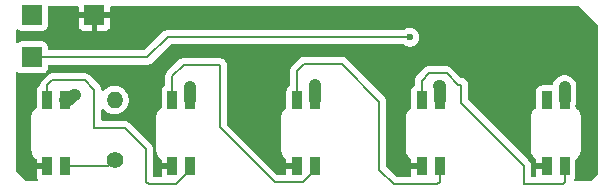
<source format=gbr>
%TF.GenerationSoftware,KiCad,Pcbnew,9.0.1*%
%TF.CreationDate,2025-07-31T19:05:46-04:00*%
%TF.ProjectId,droneled,64726f6e-656c-4656-942e-6b696361645f,rev?*%
%TF.SameCoordinates,Original*%
%TF.FileFunction,Copper,L2,Bot*%
%TF.FilePolarity,Positive*%
%FSLAX46Y46*%
G04 Gerber Fmt 4.6, Leading zero omitted, Abs format (unit mm)*
G04 Created by KiCad (PCBNEW 9.0.1) date 2025-07-31 19:05:46*
%MOMM*%
%LPD*%
G01*
G04 APERTURE LIST*
%TA.AperFunction,ComponentPad*%
%ADD10C,1.400000*%
%TD*%
%TA.AperFunction,ComponentPad*%
%ADD11O,1.400000X1.400000*%
%TD*%
%TA.AperFunction,ComponentPad*%
%ADD12R,1.700000X1.700000*%
%TD*%
%TA.AperFunction,SMDPad,CuDef*%
%ADD13R,0.820000X1.500000*%
%TD*%
%TA.AperFunction,ViaPad*%
%ADD14C,0.600000*%
%TD*%
%TA.AperFunction,Conductor*%
%ADD15C,1.000000*%
%TD*%
%TA.AperFunction,Conductor*%
%ADD16C,0.200000*%
%TD*%
G04 APERTURE END LIST*
D10*
%TO.P,R1,1*%
%TO.N,Net-(D1-DIN)*%
X142990000Y-123730000D03*
D11*
%TO.P,R1,2*%
%TO.N,Net-(J1-Pin_1)*%
X142990000Y-118650000D03*
%TD*%
D12*
%TO.P,J3,1,Pin_1*%
%TO.N,GND*%
X141280000Y-111450000D03*
%TD*%
%TO.P,J2,1,Pin_1*%
%TO.N,Net-(J2-Pin_1)*%
X136000000Y-115050000D03*
%TD*%
%TO.P,J1,1,Pin_1*%
%TO.N,Net-(J1-Pin_1)*%
X136000000Y-111440000D03*
%TD*%
D13*
%TO.P,D2,1,VDD*%
%TO.N,CLEAN 5V*%
X149372688Y-118670000D03*
%TO.P,D2,2,DOUT*%
%TO.N,Net-(D2-DOUT)*%
X147872688Y-118670000D03*
%TO.P,D2,3,VSS*%
%TO.N,GND*%
X147872688Y-124270000D03*
%TO.P,D2,4,DIN*%
%TO.N,Net-(D1-DOUT)*%
X149372688Y-124270000D03*
%TD*%
%TO.P,D1,1,VDD*%
%TO.N,CLEAN 5V*%
X138800250Y-118670000D03*
%TO.P,D1,2,DOUT*%
%TO.N,Net-(D1-DOUT)*%
X137300250Y-118670000D03*
%TO.P,D1,3,VSS*%
%TO.N,GND*%
X137300250Y-124270000D03*
%TO.P,D1,4,DIN*%
%TO.N,Net-(D1-DIN)*%
X138800250Y-124270000D03*
%TD*%
%TO.P,D4,1,VDD*%
%TO.N,CLEAN 5V*%
X170517563Y-118670000D03*
%TO.P,D4,2,DOUT*%
%TO.N,Net-(D4-DOUT)*%
X169017563Y-118670000D03*
%TO.P,D4,3,VSS*%
%TO.N,GND*%
X169017563Y-124270000D03*
%TO.P,D4,4,DIN*%
%TO.N,Net-(D3-DOUT)*%
X170517563Y-124270000D03*
%TD*%
%TO.P,D5,1,VDD*%
%TO.N,CLEAN 5V*%
X181090000Y-118670000D03*
%TO.P,D5,2,DOUT*%
%TO.N,unconnected-(D5-DOUT-Pad2)*%
X179590000Y-118670000D03*
%TO.P,D5,3,VSS*%
%TO.N,GND*%
X179590000Y-124270000D03*
%TO.P,D5,4,DIN*%
%TO.N,Net-(D4-DOUT)*%
X181090000Y-124270000D03*
%TD*%
%TO.P,D3,1,VDD*%
%TO.N,CLEAN 5V*%
X159945125Y-118670000D03*
%TO.P,D3,2,DOUT*%
%TO.N,Net-(D3-DOUT)*%
X158445125Y-118670000D03*
%TO.P,D3,3,VSS*%
%TO.N,GND*%
X158445125Y-124270000D03*
%TO.P,D3,4,DIN*%
%TO.N,Net-(D2-DOUT)*%
X159945125Y-124270000D03*
%TD*%
D14*
%TO.N,CLEAN 5V*%
X149380000Y-117530000D03*
X170490000Y-117470000D03*
X139620000Y-118210000D03*
X181080000Y-117560000D03*
X159940000Y-117360000D03*
%TO.N,GND*%
X179750000Y-114790000D03*
%TO.N,Net-(J2-Pin_1)*%
X167970000Y-113330000D03*
%TD*%
D15*
%TO.N,CLEAN 5V*%
X170517563Y-118670000D02*
X170517563Y-117497563D01*
X149372688Y-118670000D02*
X149372688Y-117537312D01*
X139550000Y-118210000D02*
X139090000Y-118670000D01*
X149372688Y-117537312D02*
X149380000Y-117530000D01*
X181080000Y-117630000D02*
X181090000Y-117640000D01*
X159945125Y-118670000D02*
X159945125Y-117365125D01*
X181080000Y-117560000D02*
X181080000Y-117630000D01*
X139620000Y-118210000D02*
X139550000Y-118210000D01*
X139090000Y-118670000D02*
X138800250Y-118670000D01*
X181090000Y-117640000D02*
X181090000Y-118670000D01*
X170517563Y-117497563D02*
X170490000Y-117470000D01*
X159945125Y-117365125D02*
X159940000Y-117360000D01*
D16*
%TO.N,Net-(D1-DIN)*%
X138800250Y-124270000D02*
X142450000Y-124270000D01*
X142450000Y-124270000D02*
X142990000Y-123730000D01*
%TO.N,Net-(D1-DOUT)*%
X141270000Y-121060000D02*
X143870000Y-121060000D01*
X141270000Y-117810000D02*
X141270000Y-121060000D01*
X137720000Y-117000000D02*
X140460000Y-117000000D01*
X145650000Y-125580000D02*
X145859000Y-125789000D01*
X137300250Y-118670000D02*
X137300250Y-117419750D01*
X145650000Y-122840000D02*
X145650000Y-125580000D01*
X140460000Y-117000000D02*
X141270000Y-117810000D01*
X149372688Y-124610000D02*
X149372688Y-124270000D01*
X143870000Y-121060000D02*
X145650000Y-122840000D01*
X148193688Y-125789000D02*
X149372688Y-124610000D01*
X145859000Y-125789000D02*
X148193688Y-125789000D01*
X137300250Y-117419750D02*
X137720000Y-117000000D01*
%TO.N,Net-(D2-DOUT)*%
X151880000Y-120940000D02*
X156550000Y-125610000D01*
X147872688Y-116647312D02*
X148820000Y-115700000D01*
X158945125Y-125610000D02*
X159945125Y-124610000D01*
X147872688Y-118670000D02*
X147872688Y-116647312D01*
X159945125Y-124610000D02*
X159945125Y-124270000D01*
X156550000Y-125610000D02*
X158945125Y-125610000D01*
X148820000Y-115700000D02*
X151880000Y-115700000D01*
X151880000Y-115700000D02*
X151880000Y-120940000D01*
%TO.N,Net-(D3-DOUT)*%
X158445125Y-116164875D02*
X159010000Y-115600000D01*
X165400000Y-124570000D02*
X166619000Y-125789000D01*
X165400000Y-118780000D02*
X165400000Y-124570000D01*
X166619000Y-125789000D02*
X170291000Y-125789000D01*
X170291000Y-125789000D02*
X170517563Y-125562437D01*
X159010000Y-115600000D02*
X162220000Y-115600000D01*
X158445125Y-118670000D02*
X158445125Y-116164875D01*
X162220000Y-115600000D02*
X165400000Y-118780000D01*
X170517563Y-125562437D02*
X170517563Y-124270000D01*
%TO.N,Net-(D4-DOUT)*%
X172320000Y-117390000D02*
X172320000Y-118900000D01*
X169017563Y-118670000D02*
X169017563Y-117002437D01*
X180930000Y-125789000D02*
X181090000Y-125629000D01*
X172320000Y-118900000D02*
X177650000Y-124230000D01*
X171090000Y-116390000D02*
X172090000Y-117390000D01*
X169650000Y-116390000D02*
X171090000Y-116390000D01*
X172090000Y-117390000D02*
X172320000Y-117390000D01*
X177650000Y-124230000D02*
X177650000Y-125789000D01*
X181090000Y-125629000D02*
X181090000Y-124270000D01*
X177650000Y-125789000D02*
X180930000Y-125789000D01*
X169017563Y-117002437D02*
X169640000Y-116380000D01*
X169640000Y-116380000D02*
X169650000Y-116390000D01*
%TO.N,Net-(J2-Pin_1)*%
X147490000Y-113330000D02*
X145770000Y-115050000D01*
X167970000Y-113330000D02*
X147490000Y-113330000D01*
X145770000Y-115050000D02*
X136000000Y-115050000D01*
%TD*%
%TA.AperFunction,Conductor*%
%TO.N,GND*%
G36*
X139873039Y-110679685D02*
G01*
X139918794Y-110732489D01*
X139930000Y-110784000D01*
X139930000Y-111200000D01*
X140846988Y-111200000D01*
X140814075Y-111257007D01*
X140780000Y-111384174D01*
X140780000Y-111515826D01*
X140814075Y-111642993D01*
X140846988Y-111700000D01*
X139930000Y-111700000D01*
X139930000Y-112347844D01*
X139936401Y-112407372D01*
X139936403Y-112407379D01*
X139986645Y-112542086D01*
X139986649Y-112542093D01*
X140072809Y-112657187D01*
X140072812Y-112657190D01*
X140187906Y-112743350D01*
X140187913Y-112743354D01*
X140322620Y-112793596D01*
X140322627Y-112793598D01*
X140382155Y-112799999D01*
X140382172Y-112800000D01*
X141030000Y-112800000D01*
X141030000Y-111883012D01*
X141087007Y-111915925D01*
X141214174Y-111950000D01*
X141345826Y-111950000D01*
X141472993Y-111915925D01*
X141530000Y-111883012D01*
X141530000Y-112800000D01*
X142177828Y-112800000D01*
X142177844Y-112799999D01*
X142237372Y-112793598D01*
X142237379Y-112793596D01*
X142372086Y-112743354D01*
X142372093Y-112743350D01*
X142487187Y-112657190D01*
X142487190Y-112657187D01*
X142573350Y-112542093D01*
X142573354Y-112542086D01*
X142623596Y-112407379D01*
X142623598Y-112407372D01*
X142629999Y-112347844D01*
X142630000Y-112347827D01*
X142630000Y-111700000D01*
X141713012Y-111700000D01*
X141745925Y-111642993D01*
X141780000Y-111515826D01*
X141780000Y-111384174D01*
X141745925Y-111257007D01*
X141713012Y-111200000D01*
X142630000Y-111200000D01*
X142630000Y-110784000D01*
X142649685Y-110716961D01*
X142702489Y-110671206D01*
X142754000Y-110660000D01*
X182248638Y-110660000D01*
X182315677Y-110679685D01*
X182336319Y-110696319D01*
X183903681Y-112263681D01*
X183937166Y-112325004D01*
X183940000Y-112351362D01*
X183940000Y-124868638D01*
X183920315Y-124935677D01*
X183903681Y-124956319D01*
X183346319Y-125513681D01*
X183284996Y-125547166D01*
X183258638Y-125550000D01*
X181976169Y-125550000D01*
X181909130Y-125530315D01*
X181863375Y-125477511D01*
X181853431Y-125408353D01*
X181876903Y-125351689D01*
X181943793Y-125262335D01*
X181943792Y-125262335D01*
X181943796Y-125262331D01*
X181994091Y-125127483D01*
X182000500Y-125067873D01*
X182000499Y-123715157D01*
X182020184Y-123648119D01*
X182051613Y-123614840D01*
X182121922Y-123563759D01*
X182133484Y-123555104D01*
X182233759Y-123451922D01*
X182307827Y-123349975D01*
X182316144Y-123338177D01*
X182379626Y-123209059D01*
X182418566Y-123089213D01*
X182443001Y-122950590D01*
X182445194Y-122887584D01*
X182445500Y-122870000D01*
X182445500Y-120070000D01*
X182445114Y-120050249D01*
X182442652Y-119987285D01*
X182418297Y-119850827D01*
X182379383Y-119731063D01*
X182374727Y-119717401D01*
X182307583Y-119590148D01*
X182307581Y-119590146D01*
X182307580Y-119590143D01*
X182307579Y-119590142D01*
X182262158Y-119527625D01*
X182233565Y-119488270D01*
X182224911Y-119476710D01*
X182121730Y-119376435D01*
X182051614Y-119325493D01*
X182048273Y-119321161D01*
X182043296Y-119318888D01*
X182027165Y-119293788D01*
X182008948Y-119270164D01*
X182007694Y-119263490D01*
X182005522Y-119260110D01*
X182000499Y-119225175D01*
X182000499Y-119110956D01*
X182009938Y-119063503D01*
X182052051Y-118961835D01*
X182074739Y-118847777D01*
X182090500Y-118768543D01*
X182090500Y-117541457D01*
X182082883Y-117503167D01*
X182080500Y-117478974D01*
X182080500Y-117461456D01*
X182042052Y-117268170D01*
X182042051Y-117268169D01*
X182042051Y-117268165D01*
X182029624Y-117238163D01*
X181966635Y-117086092D01*
X181966628Y-117086079D01*
X181857139Y-116922218D01*
X181857136Y-116922214D01*
X181717785Y-116782863D01*
X181717781Y-116782860D01*
X181553920Y-116673371D01*
X181553907Y-116673364D01*
X181371839Y-116597950D01*
X181371829Y-116597947D01*
X181178543Y-116559500D01*
X181178541Y-116559500D01*
X180981459Y-116559500D01*
X180981457Y-116559500D01*
X180788170Y-116597947D01*
X180788160Y-116597950D01*
X180606092Y-116673364D01*
X180606079Y-116673371D01*
X180442218Y-116782860D01*
X180442214Y-116782863D01*
X180302863Y-116922214D01*
X180302860Y-116922218D01*
X180193371Y-117086079D01*
X180193364Y-117086092D01*
X180117950Y-117268160D01*
X180117947Y-117268170D01*
X180107699Y-117319692D01*
X180075314Y-117381603D01*
X180014598Y-117416177D01*
X179986082Y-117419500D01*
X179132129Y-117419500D01*
X179132123Y-117419501D01*
X179072516Y-117425908D01*
X178937671Y-117476202D01*
X178937664Y-117476206D01*
X178822455Y-117562452D01*
X178822452Y-117562455D01*
X178736206Y-117677664D01*
X178736202Y-117677671D01*
X178685908Y-117812517D01*
X178679501Y-117872116D01*
X178679500Y-117872135D01*
X178679500Y-119224812D01*
X178659815Y-119291851D01*
X178628386Y-119325129D01*
X178557770Y-119376435D01*
X178557757Y-119376445D01*
X178546209Y-119385089D01*
X178445938Y-119488266D01*
X178445927Y-119488280D01*
X178371927Y-119590133D01*
X178363601Y-119601944D01*
X178363595Y-119601955D01*
X178300120Y-119731056D01*
X178300118Y-119731059D01*
X178261203Y-119850824D01*
X178236847Y-119987292D01*
X178235474Y-120022412D01*
X178234405Y-120049762D01*
X178234385Y-120050248D01*
X178234394Y-120051595D01*
X178234500Y-120055652D01*
X178234500Y-120070000D01*
X178234500Y-122876500D01*
X178235257Y-122904150D01*
X178235258Y-122904178D01*
X178238664Y-122966357D01*
X178238664Y-122966360D01*
X178264670Y-123100800D01*
X178264763Y-123101282D01*
X178304809Y-123219186D01*
X178308981Y-123230988D01*
X178377327Y-123357599D01*
X178447231Y-123451922D01*
X178451484Y-123457661D01*
X178459041Y-123467599D01*
X178459044Y-123467602D01*
X178459045Y-123467603D01*
X178562793Y-123567292D01*
X178628315Y-123614332D01*
X178671294Y-123669418D01*
X178680000Y-123715061D01*
X178680000Y-124020000D01*
X179466000Y-124020000D01*
X179533039Y-124039685D01*
X179578794Y-124092489D01*
X179590000Y-124144000D01*
X179590000Y-124396000D01*
X179570315Y-124463039D01*
X179517511Y-124508794D01*
X179466000Y-124520000D01*
X178680000Y-124520000D01*
X178680000Y-125064500D01*
X178677449Y-125073185D01*
X178678738Y-125082147D01*
X178667759Y-125106187D01*
X178660315Y-125131539D01*
X178653474Y-125137466D01*
X178649713Y-125145703D01*
X178627478Y-125159992D01*
X178607511Y-125177294D01*
X178596996Y-125179581D01*
X178590935Y-125183477D01*
X178556000Y-125188500D01*
X178374500Y-125188500D01*
X178307461Y-125168815D01*
X178261706Y-125116011D01*
X178250500Y-125064500D01*
X178250500Y-124150944D01*
X178250499Y-124150940D01*
X178248640Y-124144000D01*
X178245656Y-124132863D01*
X178209577Y-123998215D01*
X178180639Y-123948095D01*
X178130520Y-123861284D01*
X178018716Y-123749480D01*
X178018715Y-123749479D01*
X178014385Y-123745149D01*
X178014374Y-123745139D01*
X172956819Y-118687584D01*
X172923334Y-118626261D01*
X172920500Y-118599903D01*
X172920500Y-117310945D01*
X172920500Y-117310943D01*
X172879577Y-117158216D01*
X172830548Y-117073294D01*
X172800524Y-117021290D01*
X172800518Y-117021282D01*
X172688717Y-116909481D01*
X172688709Y-116909475D01*
X172551790Y-116830426D01*
X172551786Y-116830424D01*
X172551784Y-116830423D01*
X172399057Y-116789500D01*
X172399056Y-116789500D01*
X172390098Y-116789500D01*
X172323059Y-116769815D01*
X172302417Y-116753181D01*
X171577590Y-116028355D01*
X171577588Y-116028352D01*
X171458717Y-115909481D01*
X171458716Y-115909480D01*
X171371904Y-115859360D01*
X171371904Y-115859359D01*
X171371900Y-115859358D01*
X171321785Y-115830423D01*
X171169057Y-115789499D01*
X171010943Y-115789499D01*
X171003347Y-115789499D01*
X171003331Y-115789500D01*
X169772706Y-115789500D01*
X169740614Y-115785275D01*
X169719058Y-115779499D01*
X169719057Y-115779499D01*
X169560943Y-115779499D01*
X169446397Y-115810192D01*
X169408214Y-115820423D01*
X169271284Y-115899481D01*
X169271281Y-115899483D01*
X168648849Y-116521915D01*
X168537045Y-116633718D01*
X168537041Y-116633724D01*
X168486985Y-116720424D01*
X168457987Y-116770649D01*
X168457986Y-116770650D01*
X168441970Y-116830423D01*
X168417062Y-116923380D01*
X168417062Y-116923382D01*
X168417062Y-117091483D01*
X168417063Y-117091496D01*
X168417063Y-117375333D01*
X168397378Y-117442372D01*
X168367375Y-117474599D01*
X168250015Y-117562455D01*
X168163769Y-117677664D01*
X168163765Y-117677671D01*
X168113471Y-117812517D01*
X168107064Y-117872116D01*
X168107063Y-117872135D01*
X168107063Y-119224812D01*
X168087378Y-119291851D01*
X168055949Y-119325129D01*
X167985333Y-119376435D01*
X167985320Y-119376445D01*
X167973772Y-119385089D01*
X167873501Y-119488266D01*
X167873490Y-119488280D01*
X167799490Y-119590133D01*
X167791164Y-119601944D01*
X167791158Y-119601955D01*
X167727683Y-119731056D01*
X167727681Y-119731059D01*
X167688766Y-119850824D01*
X167664410Y-119987292D01*
X167663037Y-120022412D01*
X167661968Y-120049762D01*
X167661948Y-120050248D01*
X167661957Y-120051595D01*
X167662063Y-120055652D01*
X167662063Y-120070000D01*
X167662063Y-122876500D01*
X167662820Y-122904150D01*
X167662821Y-122904178D01*
X167666227Y-122966357D01*
X167666227Y-122966360D01*
X167692233Y-123100800D01*
X167692326Y-123101282D01*
X167732372Y-123219186D01*
X167736544Y-123230988D01*
X167804890Y-123357599D01*
X167874794Y-123451922D01*
X167879047Y-123457661D01*
X167886604Y-123467599D01*
X167886607Y-123467602D01*
X167886608Y-123467603D01*
X167990356Y-123567292D01*
X168055878Y-123614332D01*
X168098857Y-123669418D01*
X168107563Y-123715061D01*
X168107563Y-124020000D01*
X168893563Y-124020000D01*
X168960602Y-124039685D01*
X169006357Y-124092489D01*
X169017563Y-124144000D01*
X169017563Y-124396000D01*
X168997878Y-124463039D01*
X168945074Y-124508794D01*
X168893563Y-124520000D01*
X168107563Y-124520000D01*
X168107563Y-125064500D01*
X168087878Y-125131539D01*
X168035074Y-125177294D01*
X167983563Y-125188500D01*
X166919097Y-125188500D01*
X166852058Y-125168815D01*
X166831416Y-125152181D01*
X166036819Y-124357584D01*
X166003334Y-124296261D01*
X166000500Y-124269903D01*
X166000500Y-118700945D01*
X166000500Y-118700943D01*
X165981625Y-118630500D01*
X165959577Y-118548215D01*
X165908423Y-118459614D01*
X165880520Y-118411284D01*
X165768716Y-118299480D01*
X165768715Y-118299479D01*
X165764385Y-118295149D01*
X165764374Y-118295139D01*
X162707590Y-115238355D01*
X162707588Y-115238352D01*
X162588717Y-115119481D01*
X162588716Y-115119480D01*
X162501904Y-115069360D01*
X162501904Y-115069359D01*
X162501900Y-115069358D01*
X162451785Y-115040423D01*
X162299057Y-114999499D01*
X162140943Y-114999499D01*
X162133347Y-114999499D01*
X162133331Y-114999500D01*
X159096669Y-114999500D01*
X159096653Y-114999499D01*
X159089057Y-114999499D01*
X158930943Y-114999499D01*
X158823587Y-115028265D01*
X158778210Y-115040424D01*
X158778209Y-115040425D01*
X158728096Y-115069359D01*
X158728095Y-115069360D01*
X158684689Y-115094420D01*
X158641285Y-115119479D01*
X158641282Y-115119481D01*
X157964605Y-115796158D01*
X157952731Y-115816726D01*
X157944037Y-115831785D01*
X157885548Y-115933090D01*
X157844624Y-116085818D01*
X157844624Y-116085820D01*
X157844624Y-116253921D01*
X157844625Y-116253934D01*
X157844625Y-117375333D01*
X157824940Y-117442372D01*
X157794937Y-117474599D01*
X157677577Y-117562455D01*
X157591331Y-117677664D01*
X157591327Y-117677671D01*
X157541033Y-117812517D01*
X157534626Y-117872116D01*
X157534625Y-117872135D01*
X157534625Y-119224812D01*
X157514940Y-119291851D01*
X157483511Y-119325129D01*
X157412895Y-119376435D01*
X157412882Y-119376445D01*
X157401334Y-119385089D01*
X157301063Y-119488266D01*
X157301052Y-119488280D01*
X157227052Y-119590133D01*
X157218726Y-119601944D01*
X157218720Y-119601955D01*
X157155245Y-119731056D01*
X157155243Y-119731059D01*
X157116328Y-119850824D01*
X157091972Y-119987292D01*
X157090599Y-120022412D01*
X157089530Y-120049762D01*
X157089510Y-120050248D01*
X157089519Y-120051595D01*
X157089625Y-120055652D01*
X157089625Y-120070000D01*
X157089625Y-122876500D01*
X157090382Y-122904150D01*
X157090383Y-122904178D01*
X157093789Y-122966357D01*
X157093789Y-122966360D01*
X157119795Y-123100800D01*
X157119888Y-123101282D01*
X157159934Y-123219186D01*
X157164106Y-123230988D01*
X157232452Y-123357599D01*
X157302356Y-123451922D01*
X157306609Y-123457661D01*
X157314166Y-123467599D01*
X157314169Y-123467602D01*
X157314170Y-123467603D01*
X157417918Y-123567292D01*
X157483440Y-123614332D01*
X157526419Y-123669418D01*
X157535125Y-123715061D01*
X157535125Y-124020000D01*
X158321125Y-124020000D01*
X158388164Y-124039685D01*
X158433919Y-124092489D01*
X158445125Y-124144000D01*
X158445125Y-124396000D01*
X158425440Y-124463039D01*
X158372636Y-124508794D01*
X158321125Y-124520000D01*
X157535125Y-124520000D01*
X157535125Y-124885500D01*
X157515440Y-124952539D01*
X157462636Y-124998294D01*
X157411125Y-125009500D01*
X156850097Y-125009500D01*
X156783058Y-124989815D01*
X156762416Y-124973181D01*
X152516819Y-120727584D01*
X152483334Y-120666261D01*
X152480500Y-120639903D01*
X152480500Y-115620945D01*
X152480500Y-115620943D01*
X152439577Y-115468216D01*
X152439573Y-115468209D01*
X152360524Y-115331290D01*
X152360518Y-115331282D01*
X152248717Y-115219481D01*
X152248709Y-115219475D01*
X152111790Y-115140426D01*
X152111786Y-115140424D01*
X152111784Y-115140423D01*
X151959057Y-115099500D01*
X148899057Y-115099500D01*
X148740942Y-115099500D01*
X148740940Y-115099500D01*
X148700019Y-115110464D01*
X148700019Y-115110465D01*
X148666379Y-115119479D01*
X148588214Y-115140423D01*
X148588209Y-115140426D01*
X148451290Y-115219475D01*
X148451282Y-115219481D01*
X147392169Y-116278594D01*
X147392167Y-116278597D01*
X147342500Y-116364625D01*
X147342499Y-116364626D01*
X147323269Y-116397933D01*
X147313111Y-116415527D01*
X147272187Y-116568255D01*
X147272187Y-116568257D01*
X147272187Y-116736358D01*
X147272188Y-116736371D01*
X147272188Y-117375333D01*
X147252503Y-117442372D01*
X147222500Y-117474599D01*
X147105140Y-117562455D01*
X147018894Y-117677664D01*
X147018890Y-117677671D01*
X146968596Y-117812517D01*
X146962189Y-117872116D01*
X146962188Y-117872135D01*
X146962188Y-119224812D01*
X146942503Y-119291851D01*
X146911074Y-119325129D01*
X146840458Y-119376435D01*
X146840445Y-119376445D01*
X146828897Y-119385089D01*
X146728626Y-119488266D01*
X146728615Y-119488280D01*
X146654615Y-119590133D01*
X146646289Y-119601944D01*
X146646283Y-119601955D01*
X146582808Y-119731056D01*
X146582806Y-119731059D01*
X146543891Y-119850824D01*
X146519535Y-119987292D01*
X146518162Y-120022412D01*
X146517093Y-120049762D01*
X146517073Y-120050248D01*
X146517082Y-120051595D01*
X146517188Y-120055652D01*
X146517188Y-120070000D01*
X146517188Y-122876500D01*
X146517945Y-122904150D01*
X146517946Y-122904178D01*
X146521352Y-122966357D01*
X146521352Y-122966360D01*
X146547358Y-123100800D01*
X146547451Y-123101282D01*
X146587497Y-123219186D01*
X146591669Y-123230988D01*
X146660015Y-123357599D01*
X146729919Y-123451922D01*
X146734172Y-123457661D01*
X146741729Y-123467599D01*
X146741732Y-123467602D01*
X146741733Y-123467603D01*
X146845481Y-123567292D01*
X146911003Y-123614332D01*
X146953982Y-123669418D01*
X146962688Y-123715061D01*
X146962688Y-124020000D01*
X147748688Y-124020000D01*
X147815727Y-124039685D01*
X147861482Y-124092489D01*
X147872688Y-124144000D01*
X147872688Y-124396000D01*
X147853003Y-124463039D01*
X147800199Y-124508794D01*
X147748688Y-124520000D01*
X146962688Y-124520000D01*
X146962688Y-125064500D01*
X146943003Y-125131539D01*
X146890199Y-125177294D01*
X146838688Y-125188500D01*
X146374500Y-125188500D01*
X146307461Y-125168815D01*
X146261706Y-125116011D01*
X146250500Y-125064500D01*
X146250500Y-122760945D01*
X146250500Y-122760943D01*
X146218224Y-122640490D01*
X146209577Y-122608215D01*
X146209577Y-122608214D01*
X146180639Y-122558095D01*
X146180637Y-122558092D01*
X146164130Y-122529500D01*
X146130520Y-122471284D01*
X146018716Y-122359480D01*
X146018715Y-122359479D01*
X146014385Y-122355149D01*
X146014374Y-122355139D01*
X144357590Y-120698355D01*
X144357588Y-120698352D01*
X144238717Y-120579481D01*
X144238716Y-120579480D01*
X144151904Y-120529360D01*
X144151904Y-120529359D01*
X144151900Y-120529358D01*
X144101785Y-120500423D01*
X143949057Y-120459499D01*
X143790943Y-120459499D01*
X143783347Y-120459499D01*
X143783331Y-120459500D01*
X141994500Y-120459500D01*
X141927461Y-120439815D01*
X141881706Y-120387011D01*
X141870500Y-120335500D01*
X141870500Y-119527625D01*
X141890185Y-119460586D01*
X141942989Y-119414831D01*
X142012147Y-119404887D01*
X142075703Y-119433912D01*
X142082181Y-119439944D01*
X142207927Y-119565690D01*
X142360801Y-119676760D01*
X142440347Y-119717290D01*
X142529163Y-119762545D01*
X142529165Y-119762545D01*
X142529168Y-119762547D01*
X142625497Y-119793846D01*
X142708881Y-119820940D01*
X142895514Y-119850500D01*
X142895519Y-119850500D01*
X143084486Y-119850500D01*
X143271118Y-119820940D01*
X143450832Y-119762547D01*
X143619199Y-119676760D01*
X143772073Y-119565690D01*
X143905690Y-119432073D01*
X144016760Y-119279199D01*
X144102547Y-119110832D01*
X144160940Y-118931118D01*
X144164828Y-118906569D01*
X144190500Y-118744486D01*
X144190500Y-118555513D01*
X144160940Y-118368881D01*
X144133846Y-118285497D01*
X144102547Y-118189168D01*
X144102545Y-118189165D01*
X144102545Y-118189163D01*
X144016759Y-118020800D01*
X143990368Y-117984476D01*
X143905690Y-117867927D01*
X143772073Y-117734310D01*
X143619199Y-117623240D01*
X143450836Y-117537454D01*
X143271118Y-117479059D01*
X143084486Y-117449500D01*
X143084481Y-117449500D01*
X142895519Y-117449500D01*
X142895514Y-117449500D01*
X142708881Y-117479059D01*
X142529163Y-117537454D01*
X142360800Y-117623240D01*
X142273579Y-117686610D01*
X142207927Y-117734310D01*
X142207925Y-117734312D01*
X142207924Y-117734312D01*
X142082182Y-117860055D01*
X142020859Y-117893540D01*
X141951167Y-117888556D01*
X141895234Y-117846684D01*
X141870817Y-117781220D01*
X141870501Y-117772374D01*
X141870501Y-117730945D01*
X141870501Y-117730943D01*
X141829577Y-117578215D01*
X141784769Y-117500606D01*
X141750520Y-117441284D01*
X141638716Y-117329480D01*
X141638715Y-117329479D01*
X141634385Y-117325149D01*
X141634374Y-117325139D01*
X140947590Y-116638355D01*
X140947588Y-116638352D01*
X140828717Y-116519481D01*
X140828716Y-116519480D01*
X140741380Y-116469057D01*
X140741378Y-116469055D01*
X140691788Y-116440424D01*
X140691787Y-116440423D01*
X140630693Y-116424053D01*
X140539057Y-116399499D01*
X140380943Y-116399499D01*
X140373347Y-116399499D01*
X140373331Y-116399500D01*
X137799057Y-116399500D01*
X137640943Y-116399500D01*
X137488215Y-116440423D01*
X137488214Y-116440423D01*
X137488212Y-116440424D01*
X137488211Y-116440424D01*
X137438619Y-116469057D01*
X137351287Y-116519477D01*
X137351282Y-116519481D01*
X136819732Y-117051031D01*
X136819730Y-117051033D01*
X136819730Y-117051034D01*
X136776158Y-117126503D01*
X136776157Y-117126503D01*
X136740674Y-117187962D01*
X136740673Y-117187963D01*
X136727222Y-117238163D01*
X136699749Y-117340693D01*
X136699749Y-117340695D01*
X136699749Y-117375335D01*
X136680064Y-117442374D01*
X136650060Y-117474602D01*
X136647920Y-117476203D01*
X136647919Y-117476204D01*
X136532704Y-117562454D01*
X136532703Y-117562455D01*
X136532702Y-117562456D01*
X136446456Y-117677664D01*
X136446452Y-117677671D01*
X136396158Y-117812517D01*
X136389751Y-117872116D01*
X136389750Y-117872135D01*
X136389750Y-119224812D01*
X136370065Y-119291851D01*
X136338636Y-119325129D01*
X136268020Y-119376435D01*
X136268007Y-119376445D01*
X136256459Y-119385089D01*
X136156188Y-119488266D01*
X136156177Y-119488280D01*
X136082177Y-119590133D01*
X136073851Y-119601944D01*
X136073845Y-119601955D01*
X136010370Y-119731056D01*
X136010368Y-119731059D01*
X135971453Y-119850824D01*
X135947097Y-119987292D01*
X135945724Y-120022412D01*
X135944655Y-120049762D01*
X135944635Y-120050248D01*
X135944644Y-120051595D01*
X135944750Y-120055652D01*
X135944750Y-120070000D01*
X135944750Y-122876500D01*
X135945507Y-122904150D01*
X135945508Y-122904178D01*
X135948914Y-122966357D01*
X135948914Y-122966360D01*
X135974920Y-123100800D01*
X135975013Y-123101282D01*
X136015059Y-123219186D01*
X136019231Y-123230988D01*
X136087577Y-123357599D01*
X136157481Y-123451922D01*
X136161734Y-123457661D01*
X136169291Y-123467599D01*
X136169294Y-123467602D01*
X136169295Y-123467603D01*
X136273043Y-123567292D01*
X136338565Y-123614332D01*
X136381544Y-123669418D01*
X136390250Y-123715061D01*
X136390250Y-124020000D01*
X137176250Y-124020000D01*
X137243289Y-124039685D01*
X137289044Y-124092489D01*
X137300250Y-124144000D01*
X137300250Y-124396000D01*
X137280565Y-124463039D01*
X137227761Y-124508794D01*
X137176250Y-124520000D01*
X136390250Y-124520000D01*
X136390250Y-125067844D01*
X136396651Y-125127372D01*
X136396653Y-125127379D01*
X136446895Y-125262086D01*
X136446899Y-125262093D01*
X136513971Y-125351689D01*
X136538389Y-125417153D01*
X136523538Y-125485426D01*
X136474133Y-125534832D01*
X136414705Y-125550000D01*
X135561362Y-125550000D01*
X135494323Y-125530315D01*
X135473681Y-125513681D01*
X134656819Y-124696819D01*
X134623334Y-124635496D01*
X134620500Y-124609138D01*
X134620500Y-116376543D01*
X134640185Y-116309504D01*
X134692989Y-116263749D01*
X134762147Y-116253805D01*
X134818810Y-116277276D01*
X134907665Y-116343793D01*
X134907668Y-116343795D01*
X134907671Y-116343797D01*
X135042517Y-116394091D01*
X135042516Y-116394091D01*
X135049444Y-116394835D01*
X135102127Y-116400500D01*
X136897872Y-116400499D01*
X136957483Y-116394091D01*
X137092331Y-116343796D01*
X137207546Y-116257546D01*
X137293796Y-116142331D01*
X137344091Y-116007483D01*
X137350500Y-115947873D01*
X137350500Y-115774500D01*
X137370185Y-115707461D01*
X137422989Y-115661706D01*
X137474500Y-115650500D01*
X145683331Y-115650500D01*
X145683347Y-115650501D01*
X145690943Y-115650501D01*
X145849054Y-115650501D01*
X145849057Y-115650501D01*
X146001785Y-115609577D01*
X146051904Y-115580639D01*
X146138716Y-115530520D01*
X146250520Y-115418716D01*
X146250520Y-115418714D01*
X146260728Y-115408507D01*
X146260729Y-115408504D01*
X147702416Y-113966819D01*
X147763739Y-113933334D01*
X147790097Y-113930500D01*
X167390234Y-113930500D01*
X167457273Y-113950185D01*
X167459125Y-113951398D01*
X167590814Y-114039390D01*
X167590827Y-114039397D01*
X167719070Y-114092516D01*
X167736503Y-114099737D01*
X167891153Y-114130499D01*
X167891156Y-114130500D01*
X167891158Y-114130500D01*
X168048844Y-114130500D01*
X168048845Y-114130499D01*
X168203497Y-114099737D01*
X168349179Y-114039394D01*
X168480289Y-113951789D01*
X168591789Y-113840289D01*
X168679394Y-113709179D01*
X168680749Y-113705909D01*
X168739735Y-113563501D01*
X168739737Y-113563497D01*
X168770500Y-113408842D01*
X168770500Y-113251158D01*
X168770500Y-113251155D01*
X168770499Y-113251153D01*
X168739738Y-113096510D01*
X168739737Y-113096503D01*
X168683728Y-112961284D01*
X168679397Y-112950827D01*
X168679390Y-112950814D01*
X168591789Y-112819711D01*
X168591786Y-112819707D01*
X168480292Y-112708213D01*
X168480288Y-112708210D01*
X168349185Y-112620609D01*
X168349172Y-112620602D01*
X168203501Y-112560264D01*
X168203489Y-112560261D01*
X168048845Y-112529500D01*
X168048842Y-112529500D01*
X167891158Y-112529500D01*
X167891155Y-112529500D01*
X167736510Y-112560261D01*
X167736498Y-112560264D01*
X167590827Y-112620602D01*
X167590814Y-112620609D01*
X167459125Y-112708602D01*
X167392447Y-112729480D01*
X167390234Y-112729500D01*
X147410940Y-112729500D01*
X147370019Y-112740464D01*
X147370019Y-112740465D01*
X147332751Y-112750451D01*
X147258214Y-112770423D01*
X147258209Y-112770426D01*
X147121290Y-112849475D01*
X147121282Y-112849481D01*
X147019950Y-112950814D01*
X147009480Y-112961284D01*
X147009478Y-112961286D01*
X146271264Y-113699501D01*
X145557584Y-114413181D01*
X145496261Y-114446666D01*
X145469903Y-114449500D01*
X137474499Y-114449500D01*
X137407460Y-114429815D01*
X137361705Y-114377011D01*
X137350499Y-114325500D01*
X137350499Y-114152129D01*
X137350498Y-114152123D01*
X137344091Y-114092516D01*
X137293797Y-113957671D01*
X137293793Y-113957664D01*
X137207547Y-113842455D01*
X137207544Y-113842452D01*
X137092335Y-113756206D01*
X137092328Y-113756202D01*
X136957482Y-113705908D01*
X136957483Y-113705908D01*
X136897883Y-113699501D01*
X136897881Y-113699500D01*
X136897873Y-113699500D01*
X136897864Y-113699500D01*
X135102129Y-113699500D01*
X135102123Y-113699501D01*
X135042516Y-113705908D01*
X134907671Y-113756202D01*
X134907669Y-113756204D01*
X134818811Y-113822723D01*
X134753347Y-113847140D01*
X134685074Y-113832288D01*
X134635668Y-113782883D01*
X134620500Y-113723456D01*
X134620500Y-112766543D01*
X134640185Y-112699504D01*
X134692989Y-112653749D01*
X134762147Y-112643805D01*
X134818810Y-112667276D01*
X134907665Y-112733793D01*
X134907668Y-112733795D01*
X134907671Y-112733797D01*
X135042517Y-112784091D01*
X135042516Y-112784091D01*
X135049444Y-112784835D01*
X135102127Y-112790500D01*
X136897872Y-112790499D01*
X136957483Y-112784091D01*
X137092331Y-112733796D01*
X137207546Y-112647546D01*
X137293796Y-112532331D01*
X137344091Y-112397483D01*
X137350500Y-112337873D01*
X137350499Y-111384174D01*
X137350499Y-110784000D01*
X137370183Y-110716961D01*
X137422987Y-110671206D01*
X137474499Y-110660000D01*
X139806000Y-110660000D01*
X139873039Y-110679685D01*
G37*
%TD.AperFunction*%
%TD*%
M02*

</source>
